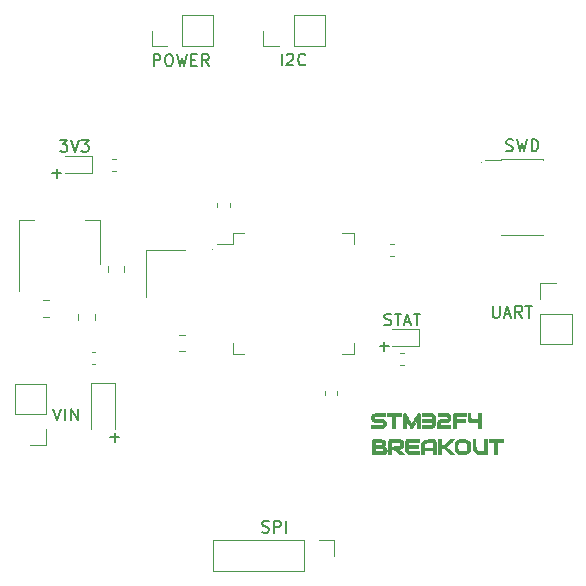
<source format=gbr>
G04 #@! TF.GenerationSoftware,KiCad,Pcbnew,(5.1.5)-3*
G04 #@! TF.CreationDate,2020-03-24T14:58:58+01:00*
G04 #@! TF.ProjectId,STM32F4_Breakout,53544d33-3246-4345-9f42-7265616b6f75,rev?*
G04 #@! TF.SameCoordinates,Original*
G04 #@! TF.FileFunction,Legend,Top*
G04 #@! TF.FilePolarity,Positive*
%FSLAX46Y46*%
G04 Gerber Fmt 4.6, Leading zero omitted, Abs format (unit mm)*
G04 Created by KiCad (PCBNEW (5.1.5)-3) date 2020-03-24 14:58:58*
%MOMM*%
%LPD*%
G04 APERTURE LIST*
%ADD10C,0.120000*%
%ADD11C,0.150000*%
%ADD12C,0.010000*%
G04 APERTURE END LIST*
D10*
X33400000Y-41050000D02*
G75*
G03X33400000Y-41050000I-50000J0D01*
G01*
X61000000Y-33900000D02*
G75*
G03X61000000Y-33900000I-50000J0D01*
G01*
X22950000Y-45200000D02*
G75*
G03X22950000Y-45200000I-50000J0D01*
G01*
X38200000Y-41250000D02*
G75*
G03X38200000Y-41250000I-50000J0D01*
G01*
D11*
X24619047Y-34821428D02*
X25380952Y-34821428D01*
X25000000Y-35202380D02*
X25000000Y-34440476D01*
X52319047Y-49471428D02*
X53080952Y-49471428D01*
X52700000Y-49852380D02*
X52700000Y-49090476D01*
X29519047Y-57171428D02*
X30280952Y-57171428D01*
X29900000Y-57552380D02*
X29900000Y-56790476D01*
X52723809Y-47654761D02*
X52866666Y-47702380D01*
X53104761Y-47702380D01*
X53200000Y-47654761D01*
X53247619Y-47607142D01*
X53295238Y-47511904D01*
X53295238Y-47416666D01*
X53247619Y-47321428D01*
X53200000Y-47273809D01*
X53104761Y-47226190D01*
X52914285Y-47178571D01*
X52819047Y-47130952D01*
X52771428Y-47083333D01*
X52723809Y-46988095D01*
X52723809Y-46892857D01*
X52771428Y-46797619D01*
X52819047Y-46750000D01*
X52914285Y-46702380D01*
X53152380Y-46702380D01*
X53295238Y-46750000D01*
X53580952Y-46702380D02*
X54152380Y-46702380D01*
X53866666Y-47702380D02*
X53866666Y-46702380D01*
X54438095Y-47416666D02*
X54914285Y-47416666D01*
X54342857Y-47702380D02*
X54676190Y-46702380D01*
X55009523Y-47702380D01*
X55200000Y-46702380D02*
X55771428Y-46702380D01*
X55485714Y-47702380D02*
X55485714Y-46702380D01*
X25261904Y-32002380D02*
X25880952Y-32002380D01*
X25547619Y-32383333D01*
X25690476Y-32383333D01*
X25785714Y-32430952D01*
X25833333Y-32478571D01*
X25880952Y-32573809D01*
X25880952Y-32811904D01*
X25833333Y-32907142D01*
X25785714Y-32954761D01*
X25690476Y-33002380D01*
X25404761Y-33002380D01*
X25309523Y-32954761D01*
X25261904Y-32907142D01*
X26166666Y-32002380D02*
X26500000Y-33002380D01*
X26833333Y-32002380D01*
X27071428Y-32002380D02*
X27690476Y-32002380D01*
X27357142Y-32383333D01*
X27500000Y-32383333D01*
X27595238Y-32430952D01*
X27642857Y-32478571D01*
X27690476Y-32573809D01*
X27690476Y-32811904D01*
X27642857Y-32907142D01*
X27595238Y-32954761D01*
X27500000Y-33002380D01*
X27214285Y-33002380D01*
X27119047Y-32954761D01*
X27071428Y-32907142D01*
X33190476Y-25752380D02*
X33190476Y-24752380D01*
X33571428Y-24752380D01*
X33666666Y-24800000D01*
X33714285Y-24847619D01*
X33761904Y-24942857D01*
X33761904Y-25085714D01*
X33714285Y-25180952D01*
X33666666Y-25228571D01*
X33571428Y-25276190D01*
X33190476Y-25276190D01*
X34380952Y-24752380D02*
X34571428Y-24752380D01*
X34666666Y-24800000D01*
X34761904Y-24895238D01*
X34809523Y-25085714D01*
X34809523Y-25419047D01*
X34761904Y-25609523D01*
X34666666Y-25704761D01*
X34571428Y-25752380D01*
X34380952Y-25752380D01*
X34285714Y-25704761D01*
X34190476Y-25609523D01*
X34142857Y-25419047D01*
X34142857Y-25085714D01*
X34190476Y-24895238D01*
X34285714Y-24800000D01*
X34380952Y-24752380D01*
X35142857Y-24752380D02*
X35380952Y-25752380D01*
X35571428Y-25038095D01*
X35761904Y-25752380D01*
X36000000Y-24752380D01*
X36380952Y-25228571D02*
X36714285Y-25228571D01*
X36857142Y-25752380D02*
X36380952Y-25752380D01*
X36380952Y-24752380D01*
X36857142Y-24752380D01*
X37857142Y-25752380D02*
X37523809Y-25276190D01*
X37285714Y-25752380D02*
X37285714Y-24752380D01*
X37666666Y-24752380D01*
X37761904Y-24800000D01*
X37809523Y-24847619D01*
X37857142Y-24942857D01*
X37857142Y-25085714D01*
X37809523Y-25180952D01*
X37761904Y-25228571D01*
X37666666Y-25276190D01*
X37285714Y-25276190D01*
X24704761Y-54752380D02*
X25038095Y-55752380D01*
X25371428Y-54752380D01*
X25704761Y-55752380D02*
X25704761Y-54752380D01*
X26180952Y-55752380D02*
X26180952Y-54752380D01*
X26752380Y-55752380D01*
X26752380Y-54752380D01*
X42376190Y-65204761D02*
X42519047Y-65252380D01*
X42757142Y-65252380D01*
X42852380Y-65204761D01*
X42900000Y-65157142D01*
X42947619Y-65061904D01*
X42947619Y-64966666D01*
X42900000Y-64871428D01*
X42852380Y-64823809D01*
X42757142Y-64776190D01*
X42566666Y-64728571D01*
X42471428Y-64680952D01*
X42423809Y-64633333D01*
X42376190Y-64538095D01*
X42376190Y-64442857D01*
X42423809Y-64347619D01*
X42471428Y-64300000D01*
X42566666Y-64252380D01*
X42804761Y-64252380D01*
X42947619Y-64300000D01*
X43376190Y-65252380D02*
X43376190Y-64252380D01*
X43757142Y-64252380D01*
X43852380Y-64300000D01*
X43900000Y-64347619D01*
X43947619Y-64442857D01*
X43947619Y-64585714D01*
X43900000Y-64680952D01*
X43852380Y-64728571D01*
X43757142Y-64776190D01*
X43376190Y-64776190D01*
X44376190Y-65252380D02*
X44376190Y-64252380D01*
X61904761Y-46052380D02*
X61904761Y-46861904D01*
X61952380Y-46957142D01*
X62000000Y-47004761D01*
X62095238Y-47052380D01*
X62285714Y-47052380D01*
X62380952Y-47004761D01*
X62428571Y-46957142D01*
X62476190Y-46861904D01*
X62476190Y-46052380D01*
X62904761Y-46766666D02*
X63380952Y-46766666D01*
X62809523Y-47052380D02*
X63142857Y-46052380D01*
X63476190Y-47052380D01*
X64380952Y-47052380D02*
X64047619Y-46576190D01*
X63809523Y-47052380D02*
X63809523Y-46052380D01*
X64190476Y-46052380D01*
X64285714Y-46100000D01*
X64333333Y-46147619D01*
X64380952Y-46242857D01*
X64380952Y-46385714D01*
X64333333Y-46480952D01*
X64285714Y-46528571D01*
X64190476Y-46576190D01*
X63809523Y-46576190D01*
X64666666Y-46052380D02*
X65238095Y-46052380D01*
X64952380Y-47052380D02*
X64952380Y-46052380D01*
X63042857Y-32904761D02*
X63185714Y-32952380D01*
X63423809Y-32952380D01*
X63519047Y-32904761D01*
X63566666Y-32857142D01*
X63614285Y-32761904D01*
X63614285Y-32666666D01*
X63566666Y-32571428D01*
X63519047Y-32523809D01*
X63423809Y-32476190D01*
X63233333Y-32428571D01*
X63138095Y-32380952D01*
X63090476Y-32333333D01*
X63042857Y-32238095D01*
X63042857Y-32142857D01*
X63090476Y-32047619D01*
X63138095Y-32000000D01*
X63233333Y-31952380D01*
X63471428Y-31952380D01*
X63614285Y-32000000D01*
X63947619Y-31952380D02*
X64185714Y-32952380D01*
X64376190Y-32238095D01*
X64566666Y-32952380D01*
X64804761Y-31952380D01*
X65185714Y-32952380D02*
X65185714Y-31952380D01*
X65423809Y-31952380D01*
X65566666Y-32000000D01*
X65661904Y-32095238D01*
X65709523Y-32190476D01*
X65757142Y-32380952D01*
X65757142Y-32523809D01*
X65709523Y-32714285D01*
X65661904Y-32809523D01*
X65566666Y-32904761D01*
X65423809Y-32952380D01*
X65185714Y-32952380D01*
X44023809Y-25702380D02*
X44023809Y-24702380D01*
X44452380Y-24797619D02*
X44500000Y-24750000D01*
X44595238Y-24702380D01*
X44833333Y-24702380D01*
X44928571Y-24750000D01*
X44976190Y-24797619D01*
X45023809Y-24892857D01*
X45023809Y-24988095D01*
X44976190Y-25130952D01*
X44404761Y-25702380D01*
X45023809Y-25702380D01*
X46023809Y-25607142D02*
X45976190Y-25654761D01*
X45833333Y-25702380D01*
X45738095Y-25702380D01*
X45595238Y-25654761D01*
X45500000Y-25559523D01*
X45452380Y-25464285D01*
X45404761Y-25273809D01*
X45404761Y-25130952D01*
X45452380Y-24940476D01*
X45500000Y-24845238D01*
X45595238Y-24750000D01*
X45738095Y-24702380D01*
X45833333Y-24702380D01*
X45976190Y-24750000D01*
X46023809Y-24797619D01*
D12*
G36*
X59540429Y-55884000D02*
G01*
X58814714Y-55884000D01*
X58814714Y-55648143D01*
X59540429Y-55648143D01*
X59540429Y-55884000D01*
G37*
X59540429Y-55884000D02*
X58814714Y-55884000D01*
X58814714Y-55648143D01*
X59540429Y-55648143D01*
X59540429Y-55884000D01*
G36*
X60787750Y-55143850D02*
G01*
X60910214Y-55149214D01*
X60914991Y-55761536D01*
X60919768Y-56373857D01*
X60665286Y-56373857D01*
X60665286Y-55884000D01*
X59847208Y-55884000D01*
X59802255Y-55839047D01*
X59786212Y-55822136D01*
X59774613Y-55804568D01*
X59766841Y-55780680D01*
X59762280Y-55744808D01*
X59760312Y-55691290D01*
X59760322Y-55614463D01*
X59761693Y-55508665D01*
X59762258Y-55471654D01*
X59767214Y-55149214D01*
X60003072Y-55149214D01*
X60008119Y-55398679D01*
X60013167Y-55648143D01*
X60665286Y-55648143D01*
X60665286Y-55138485D01*
X60787750Y-55143850D01*
G37*
X60787750Y-55143850D02*
X60910214Y-55149214D01*
X60914991Y-55761536D01*
X60919768Y-56373857D01*
X60665286Y-56373857D01*
X60665286Y-55884000D01*
X59847208Y-55884000D01*
X59802255Y-55839047D01*
X59786212Y-55822136D01*
X59774613Y-55804568D01*
X59766841Y-55780680D01*
X59762280Y-55744808D01*
X59760312Y-55691290D01*
X59760322Y-55614463D01*
X59761693Y-55508665D01*
X59762258Y-55471654D01*
X59767214Y-55149214D01*
X60003072Y-55149214D01*
X60008119Y-55398679D01*
X60013167Y-55648143D01*
X60665286Y-55648143D01*
X60665286Y-55138485D01*
X60787750Y-55143850D01*
G36*
X59645616Y-55262607D02*
G01*
X59651017Y-55376000D01*
X58760286Y-55376000D01*
X58760286Y-56373857D01*
X58506286Y-56373857D01*
X58506286Y-55804367D01*
X58506404Y-55644901D01*
X58506910Y-55517698D01*
X58508032Y-55418733D01*
X58509997Y-55343985D01*
X58513034Y-55289429D01*
X58517369Y-55251043D01*
X58523232Y-55224804D01*
X58530849Y-55206688D01*
X58540449Y-55192672D01*
X58540953Y-55192046D01*
X58575620Y-55149214D01*
X59640214Y-55149214D01*
X59645616Y-55262607D01*
G37*
X59645616Y-55262607D02*
X59651017Y-55376000D01*
X58760286Y-55376000D01*
X58760286Y-56373857D01*
X58506286Y-56373857D01*
X58506286Y-55804367D01*
X58506404Y-55644901D01*
X58506910Y-55517698D01*
X58508032Y-55418733D01*
X58509997Y-55343985D01*
X58513034Y-55289429D01*
X58517369Y-55251043D01*
X58523232Y-55224804D01*
X58530849Y-55206688D01*
X58540449Y-55192672D01*
X58540953Y-55192046D01*
X58575620Y-55149214D01*
X59640214Y-55149214D01*
X59645616Y-55262607D01*
G36*
X57639964Y-55140244D02*
G01*
X57788850Y-55141180D01*
X57906417Y-55144409D01*
X57997602Y-55150699D01*
X58067339Y-55160818D01*
X58120565Y-55175533D01*
X58162215Y-55195614D01*
X58197224Y-55221826D01*
X58204013Y-55228012D01*
X58252617Y-55280599D01*
X58283546Y-55335440D01*
X58300312Y-55402701D01*
X58306430Y-55492546D01*
X58306714Y-55525102D01*
X58305286Y-55604193D01*
X58299409Y-55658413D01*
X58286700Y-55699116D01*
X58264773Y-55737658D01*
X58260837Y-55743520D01*
X58228682Y-55786864D01*
X58195316Y-55819587D01*
X58155107Y-55843299D01*
X58102420Y-55859614D01*
X58031622Y-55870144D01*
X57937080Y-55876500D01*
X57813162Y-55880296D01*
X57780571Y-55880963D01*
X57669040Y-55884152D01*
X57573687Y-55888886D01*
X57500011Y-55894759D01*
X57453508Y-55901370D01*
X57440393Y-55905923D01*
X57426944Y-55935305D01*
X57419051Y-55991002D01*
X57417714Y-56031364D01*
X57417714Y-56138000D01*
X58306714Y-56138000D01*
X58306714Y-56373857D01*
X57163714Y-56373857D01*
X57164113Y-56142536D01*
X57167060Y-56016335D01*
X57176585Y-55919457D01*
X57194454Y-55845258D01*
X57222432Y-55787097D01*
X57262286Y-55738330D01*
X57274714Y-55726459D01*
X57309334Y-55698755D01*
X57348020Y-55678329D01*
X57396736Y-55664125D01*
X57461450Y-55655086D01*
X57548128Y-55650155D01*
X57662736Y-55648277D01*
X57716957Y-55648143D01*
X57840245Y-55647547D01*
X57931726Y-55644477D01*
X57995872Y-55637006D01*
X58037157Y-55623208D01*
X58060054Y-55601159D01*
X58069037Y-55568931D01*
X58068580Y-55524600D01*
X58066256Y-55497778D01*
X58056470Y-55442560D01*
X58041248Y-55402691D01*
X58032513Y-55392487D01*
X58007355Y-55387625D01*
X57951814Y-55383334D01*
X57871791Y-55379857D01*
X57773187Y-55377439D01*
X57661903Y-55376323D01*
X57639964Y-55376278D01*
X57272571Y-55376000D01*
X57272571Y-55140143D01*
X57639964Y-55140244D01*
G37*
X57639964Y-55140244D02*
X57788850Y-55141180D01*
X57906417Y-55144409D01*
X57997602Y-55150699D01*
X58067339Y-55160818D01*
X58120565Y-55175533D01*
X58162215Y-55195614D01*
X58197224Y-55221826D01*
X58204013Y-55228012D01*
X58252617Y-55280599D01*
X58283546Y-55335440D01*
X58300312Y-55402701D01*
X58306430Y-55492546D01*
X58306714Y-55525102D01*
X58305286Y-55604193D01*
X58299409Y-55658413D01*
X58286700Y-55699116D01*
X58264773Y-55737658D01*
X58260837Y-55743520D01*
X58228682Y-55786864D01*
X58195316Y-55819587D01*
X58155107Y-55843299D01*
X58102420Y-55859614D01*
X58031622Y-55870144D01*
X57937080Y-55876500D01*
X57813162Y-55880296D01*
X57780571Y-55880963D01*
X57669040Y-55884152D01*
X57573687Y-55888886D01*
X57500011Y-55894759D01*
X57453508Y-55901370D01*
X57440393Y-55905923D01*
X57426944Y-55935305D01*
X57419051Y-55991002D01*
X57417714Y-56031364D01*
X57417714Y-56138000D01*
X58306714Y-56138000D01*
X58306714Y-56373857D01*
X57163714Y-56373857D01*
X57164113Y-56142536D01*
X57167060Y-56016335D01*
X57176585Y-55919457D01*
X57194454Y-55845258D01*
X57222432Y-55787097D01*
X57262286Y-55738330D01*
X57274714Y-55726459D01*
X57309334Y-55698755D01*
X57348020Y-55678329D01*
X57396736Y-55664125D01*
X57461450Y-55655086D01*
X57548128Y-55650155D01*
X57662736Y-55648277D01*
X57716957Y-55648143D01*
X57840245Y-55647547D01*
X57931726Y-55644477D01*
X57995872Y-55637006D01*
X58037157Y-55623208D01*
X58060054Y-55601159D01*
X58069037Y-55568931D01*
X58068580Y-55524600D01*
X58066256Y-55497778D01*
X58056470Y-55442560D01*
X58041248Y-55402691D01*
X58032513Y-55392487D01*
X58007355Y-55387625D01*
X57951814Y-55383334D01*
X57871791Y-55379857D01*
X57773187Y-55377439D01*
X57661903Y-55376323D01*
X57639964Y-55376278D01*
X57272571Y-55376000D01*
X57272571Y-55140143D01*
X57639964Y-55140244D01*
G36*
X56315536Y-55140244D02*
G01*
X56432140Y-55141206D01*
X56540569Y-55143827D01*
X56634000Y-55147807D01*
X56705609Y-55152848D01*
X56748572Y-55158649D01*
X56751460Y-55159377D01*
X56830229Y-55195330D01*
X56900365Y-55252371D01*
X56950870Y-55320429D01*
X56965194Y-55355004D01*
X56972188Y-55399636D01*
X56977057Y-55477029D01*
X56979695Y-55583713D01*
X56979995Y-55716221D01*
X56979025Y-55805618D01*
X56976668Y-55941479D01*
X56973347Y-56046325D01*
X56967744Y-56125425D01*
X56958537Y-56184050D01*
X56944409Y-56227467D01*
X56924038Y-56260946D01*
X56896105Y-56289756D01*
X56859291Y-56319167D01*
X56848348Y-56327379D01*
X56830221Y-56339342D01*
X56808682Y-56348558D01*
X56778867Y-56355465D01*
X56735916Y-56360503D01*
X56674964Y-56364110D01*
X56591151Y-56366724D01*
X56479613Y-56368786D01*
X56373219Y-56370254D01*
X55948143Y-56375721D01*
X55948143Y-56138722D01*
X56333679Y-56133825D01*
X56719214Y-56128929D01*
X56724579Y-56006464D01*
X56729944Y-55884000D01*
X55948143Y-55884000D01*
X55948143Y-55648143D01*
X56728286Y-55648143D01*
X56728286Y-55533843D01*
X56724929Y-55468164D01*
X56716078Y-55418321D01*
X56706514Y-55397772D01*
X56685048Y-55389528D01*
X56637599Y-55383373D01*
X56561589Y-55379163D01*
X56454438Y-55376753D01*
X56316443Y-55376000D01*
X55948143Y-55376000D01*
X55948143Y-55140143D01*
X56315536Y-55140244D01*
G37*
X56315536Y-55140244D02*
X56432140Y-55141206D01*
X56540569Y-55143827D01*
X56634000Y-55147807D01*
X56705609Y-55152848D01*
X56748572Y-55158649D01*
X56751460Y-55159377D01*
X56830229Y-55195330D01*
X56900365Y-55252371D01*
X56950870Y-55320429D01*
X56965194Y-55355004D01*
X56972188Y-55399636D01*
X56977057Y-55477029D01*
X56979695Y-55583713D01*
X56979995Y-55716221D01*
X56979025Y-55805618D01*
X56976668Y-55941479D01*
X56973347Y-56046325D01*
X56967744Y-56125425D01*
X56958537Y-56184050D01*
X56944409Y-56227467D01*
X56924038Y-56260946D01*
X56896105Y-56289756D01*
X56859291Y-56319167D01*
X56848348Y-56327379D01*
X56830221Y-56339342D01*
X56808682Y-56348558D01*
X56778867Y-56355465D01*
X56735916Y-56360503D01*
X56674964Y-56364110D01*
X56591151Y-56366724D01*
X56479613Y-56368786D01*
X56373219Y-56370254D01*
X55948143Y-56375721D01*
X55948143Y-56138722D01*
X56333679Y-56133825D01*
X56719214Y-56128929D01*
X56724579Y-56006464D01*
X56729944Y-55884000D01*
X55948143Y-55884000D01*
X55948143Y-55648143D01*
X56728286Y-55648143D01*
X56728286Y-55533843D01*
X56724929Y-55468164D01*
X56716078Y-55418321D01*
X56706514Y-55397772D01*
X56685048Y-55389528D01*
X56637599Y-55383373D01*
X56561589Y-55379163D01*
X56454438Y-55376753D01*
X56316443Y-55376000D01*
X55948143Y-55376000D01*
X55948143Y-55140143D01*
X56315536Y-55140244D01*
G36*
X54148330Y-55262607D02*
G01*
X54153732Y-55376000D01*
X53662143Y-55376000D01*
X53662143Y-56373857D01*
X53408143Y-56373857D01*
X53408143Y-55376000D01*
X52916554Y-55376000D01*
X52921956Y-55262607D01*
X52927357Y-55149214D01*
X54142929Y-55149214D01*
X54148330Y-55262607D01*
G37*
X54148330Y-55262607D02*
X54153732Y-55376000D01*
X53662143Y-55376000D01*
X53662143Y-56373857D01*
X53408143Y-56373857D01*
X53408143Y-55376000D01*
X52916554Y-55376000D01*
X52921956Y-55262607D01*
X52927357Y-55149214D01*
X54142929Y-55149214D01*
X54148330Y-55262607D01*
G36*
X52736857Y-55376000D02*
G01*
X52339724Y-55376000D01*
X52208405Y-55376239D01*
X52108418Y-55377209D01*
X52034812Y-55379294D01*
X51982637Y-55382878D01*
X51946941Y-55388341D01*
X51922773Y-55396069D01*
X51905182Y-55406442D01*
X51900667Y-55409948D01*
X51866563Y-55458500D01*
X51857150Y-55519507D01*
X51872429Y-55578835D01*
X51900667Y-55614195D01*
X51919621Y-55626726D01*
X51944615Y-55635785D01*
X51981392Y-55641930D01*
X52035700Y-55645721D01*
X52113284Y-55647717D01*
X52219889Y-55648477D01*
X52253546Y-55648541D01*
X52387982Y-55649939D01*
X52492143Y-55654685D01*
X52571990Y-55664193D01*
X52633480Y-55679878D01*
X52682575Y-55703154D01*
X52725233Y-55735434D01*
X52758382Y-55768319D01*
X52808390Y-55835656D01*
X52836119Y-55911674D01*
X52845609Y-56008109D01*
X52845714Y-56021975D01*
X52830212Y-56136337D01*
X52784120Y-56231851D01*
X52708058Y-56307294D01*
X52697049Y-56314873D01*
X52621671Y-56364786D01*
X52115949Y-56370134D01*
X51610226Y-56375483D01*
X51615649Y-56261277D01*
X51621071Y-56147072D01*
X52092268Y-56138000D01*
X52563464Y-56128929D01*
X52586393Y-56083571D01*
X52607247Y-56024070D01*
X52599302Y-55973843D01*
X52573364Y-55933215D01*
X52559817Y-55917005D01*
X52544802Y-55905000D01*
X52522963Y-55896457D01*
X52488941Y-55890630D01*
X52437378Y-55886774D01*
X52362918Y-55884144D01*
X52260201Y-55881996D01*
X52196900Y-55880875D01*
X52063829Y-55877869D01*
X51961252Y-55873014D01*
X51883376Y-55864668D01*
X51824412Y-55851192D01*
X51778566Y-55830944D01*
X51740048Y-55802285D01*
X51703066Y-55763573D01*
X51678561Y-55734043D01*
X51642911Y-55681147D01*
X51623746Y-55624668D01*
X51615632Y-55559073D01*
X51619690Y-55434881D01*
X51652109Y-55332591D01*
X51713800Y-55250379D01*
X51799679Y-55189565D01*
X51825640Y-55176749D01*
X51852885Y-55166865D01*
X51886523Y-55159444D01*
X51931663Y-55154020D01*
X51993415Y-55150126D01*
X52076887Y-55147294D01*
X52187188Y-55145058D01*
X52305964Y-55143275D01*
X52736857Y-55137265D01*
X52736857Y-55376000D01*
G37*
X52736857Y-55376000D02*
X52339724Y-55376000D01*
X52208405Y-55376239D01*
X52108418Y-55377209D01*
X52034812Y-55379294D01*
X51982637Y-55382878D01*
X51946941Y-55388341D01*
X51922773Y-55396069D01*
X51905182Y-55406442D01*
X51900667Y-55409948D01*
X51866563Y-55458500D01*
X51857150Y-55519507D01*
X51872429Y-55578835D01*
X51900667Y-55614195D01*
X51919621Y-55626726D01*
X51944615Y-55635785D01*
X51981392Y-55641930D01*
X52035700Y-55645721D01*
X52113284Y-55647717D01*
X52219889Y-55648477D01*
X52253546Y-55648541D01*
X52387982Y-55649939D01*
X52492143Y-55654685D01*
X52571990Y-55664193D01*
X52633480Y-55679878D01*
X52682575Y-55703154D01*
X52725233Y-55735434D01*
X52758382Y-55768319D01*
X52808390Y-55835656D01*
X52836119Y-55911674D01*
X52845609Y-56008109D01*
X52845714Y-56021975D01*
X52830212Y-56136337D01*
X52784120Y-56231851D01*
X52708058Y-56307294D01*
X52697049Y-56314873D01*
X52621671Y-56364786D01*
X52115949Y-56370134D01*
X51610226Y-56375483D01*
X51615649Y-56261277D01*
X51621071Y-56147072D01*
X52092268Y-56138000D01*
X52563464Y-56128929D01*
X52586393Y-56083571D01*
X52607247Y-56024070D01*
X52599302Y-55973843D01*
X52573364Y-55933215D01*
X52559817Y-55917005D01*
X52544802Y-55905000D01*
X52522963Y-55896457D01*
X52488941Y-55890630D01*
X52437378Y-55886774D01*
X52362918Y-55884144D01*
X52260201Y-55881996D01*
X52196900Y-55880875D01*
X52063829Y-55877869D01*
X51961252Y-55873014D01*
X51883376Y-55864668D01*
X51824412Y-55851192D01*
X51778566Y-55830944D01*
X51740048Y-55802285D01*
X51703066Y-55763573D01*
X51678561Y-55734043D01*
X51642911Y-55681147D01*
X51623746Y-55624668D01*
X51615632Y-55559073D01*
X51619690Y-55434881D01*
X51652109Y-55332591D01*
X51713800Y-55250379D01*
X51799679Y-55189565D01*
X51825640Y-55176749D01*
X51852885Y-55166865D01*
X51886523Y-55159444D01*
X51931663Y-55154020D01*
X51993415Y-55150126D01*
X52076887Y-55147294D01*
X52187188Y-55145058D01*
X52305964Y-55143275D01*
X52736857Y-55137265D01*
X52736857Y-55376000D01*
G36*
X55617261Y-55129251D02*
G01*
X55635021Y-55134338D01*
X55660604Y-55143621D01*
X55681151Y-55153917D01*
X55697214Y-55169000D01*
X55709344Y-55192643D01*
X55718093Y-55228620D01*
X55724013Y-55280706D01*
X55727655Y-55352674D01*
X55729571Y-55448298D01*
X55730313Y-55571352D01*
X55730432Y-55725610D01*
X55730429Y-55787026D01*
X55730429Y-56373857D01*
X55477247Y-56373857D01*
X55472302Y-56048104D01*
X55467357Y-55722350D01*
X55305629Y-56007282D01*
X55237488Y-56127103D01*
X55184462Y-56219041D01*
X55143785Y-56286784D01*
X55112686Y-56334020D01*
X55088398Y-56364439D01*
X55068153Y-56381729D01*
X55049180Y-56389579D01*
X55028713Y-56391677D01*
X55017086Y-56391722D01*
X54969677Y-56387444D01*
X54937789Y-56377731D01*
X54922710Y-56358475D01*
X54892812Y-56312442D01*
X54851061Y-56244485D01*
X54800420Y-56159455D01*
X54743851Y-56062207D01*
X54724673Y-56028759D01*
X54533124Y-55693500D01*
X54533062Y-56033679D01*
X54533000Y-56373857D01*
X54279000Y-56373857D01*
X54279000Y-55795296D01*
X54279129Y-55634176D01*
X54279658Y-55505374D01*
X54280801Y-55404920D01*
X54282773Y-55328846D01*
X54285787Y-55273184D01*
X54290059Y-55233967D01*
X54295802Y-55207224D01*
X54303230Y-55188989D01*
X54312459Y-55175415D01*
X54357764Y-55144091D01*
X54415923Y-55133711D01*
X54470264Y-55146214D01*
X54484223Y-55155447D01*
X54499772Y-55176405D01*
X54530515Y-55224620D01*
X54573835Y-55295739D01*
X54627115Y-55385406D01*
X54687738Y-55489266D01*
X54752797Y-55602454D01*
X54817174Y-55714725D01*
X54875832Y-55815935D01*
X54926356Y-55902007D01*
X54966331Y-55968862D01*
X54993344Y-56012421D01*
X55004980Y-56028605D01*
X55005070Y-56028626D01*
X55016207Y-56013675D01*
X55042937Y-55971210D01*
X55082868Y-55905231D01*
X55133608Y-55819741D01*
X55192765Y-55718738D01*
X55257947Y-55606224D01*
X55265917Y-55592387D01*
X55345650Y-55454775D01*
X55410309Y-55345949D01*
X55462314Y-55262904D01*
X55504087Y-55202636D01*
X55538046Y-55162141D01*
X55566615Y-55138414D01*
X55592213Y-55128452D01*
X55617261Y-55129251D01*
G37*
X55617261Y-55129251D02*
X55635021Y-55134338D01*
X55660604Y-55143621D01*
X55681151Y-55153917D01*
X55697214Y-55169000D01*
X55709344Y-55192643D01*
X55718093Y-55228620D01*
X55724013Y-55280706D01*
X55727655Y-55352674D01*
X55729571Y-55448298D01*
X55730313Y-55571352D01*
X55730432Y-55725610D01*
X55730429Y-55787026D01*
X55730429Y-56373857D01*
X55477247Y-56373857D01*
X55472302Y-56048104D01*
X55467357Y-55722350D01*
X55305629Y-56007282D01*
X55237488Y-56127103D01*
X55184462Y-56219041D01*
X55143785Y-56286784D01*
X55112686Y-56334020D01*
X55088398Y-56364439D01*
X55068153Y-56381729D01*
X55049180Y-56389579D01*
X55028713Y-56391677D01*
X55017086Y-56391722D01*
X54969677Y-56387444D01*
X54937789Y-56377731D01*
X54922710Y-56358475D01*
X54892812Y-56312442D01*
X54851061Y-56244485D01*
X54800420Y-56159455D01*
X54743851Y-56062207D01*
X54724673Y-56028759D01*
X54533124Y-55693500D01*
X54533062Y-56033679D01*
X54533000Y-56373857D01*
X54279000Y-56373857D01*
X54279000Y-55795296D01*
X54279129Y-55634176D01*
X54279658Y-55505374D01*
X54280801Y-55404920D01*
X54282773Y-55328846D01*
X54285787Y-55273184D01*
X54290059Y-55233967D01*
X54295802Y-55207224D01*
X54303230Y-55188989D01*
X54312459Y-55175415D01*
X54357764Y-55144091D01*
X54415923Y-55133711D01*
X54470264Y-55146214D01*
X54484223Y-55155447D01*
X54499772Y-55176405D01*
X54530515Y-55224620D01*
X54573835Y-55295739D01*
X54627115Y-55385406D01*
X54687738Y-55489266D01*
X54752797Y-55602454D01*
X54817174Y-55714725D01*
X54875832Y-55815935D01*
X54926356Y-55902007D01*
X54966331Y-55968862D01*
X54993344Y-56012421D01*
X55004980Y-56028605D01*
X55005070Y-56028626D01*
X55016207Y-56013675D01*
X55042937Y-55971210D01*
X55082868Y-55905231D01*
X55133608Y-55819741D01*
X55192765Y-55718738D01*
X55257947Y-55606224D01*
X55265917Y-55592387D01*
X55345650Y-55454775D01*
X55410309Y-55345949D01*
X55462314Y-55262904D01*
X55504087Y-55202636D01*
X55538046Y-55162141D01*
X55566615Y-55138414D01*
X55592213Y-55128452D01*
X55617261Y-55129251D01*
G36*
X55530857Y-58097429D02*
G01*
X54805143Y-58097429D01*
X54805143Y-57861571D01*
X55530857Y-57861571D01*
X55530857Y-58097429D01*
G37*
X55530857Y-58097429D02*
X54805143Y-58097429D01*
X54805143Y-57861571D01*
X55530857Y-57861571D01*
X55530857Y-58097429D01*
G36*
X62784330Y-57476036D02*
G01*
X62789732Y-57589429D01*
X62298143Y-57589429D01*
X62298143Y-58587286D01*
X62044143Y-58587286D01*
X62044143Y-57589429D01*
X61552554Y-57589429D01*
X61557956Y-57476036D01*
X61563357Y-57362643D01*
X62778929Y-57362643D01*
X62784330Y-57476036D01*
G37*
X62784330Y-57476036D02*
X62789732Y-57589429D01*
X62298143Y-57589429D01*
X62298143Y-58587286D01*
X62044143Y-58587286D01*
X62044143Y-57589429D01*
X61552554Y-57589429D01*
X61557956Y-57476036D01*
X61563357Y-57362643D01*
X62778929Y-57362643D01*
X62784330Y-57476036D01*
G36*
X60429429Y-57743643D02*
G01*
X60433357Y-57885437D01*
X60438484Y-57996017D01*
X60446183Y-58080454D01*
X60457829Y-58143819D01*
X60474796Y-58191185D01*
X60498459Y-58227620D01*
X60530192Y-58258199D01*
X60571370Y-58287990D01*
X60578201Y-58292542D01*
X60609697Y-58312229D01*
X60639614Y-58326105D01*
X60675221Y-58335378D01*
X60723789Y-58341257D01*
X60792587Y-58344952D01*
X60888885Y-58347672D01*
X60913044Y-58348227D01*
X61172698Y-58354096D01*
X61177527Y-57858369D01*
X61182357Y-57362643D01*
X61418214Y-57362643D01*
X61418214Y-57949225D01*
X61418122Y-58110808D01*
X61417699Y-58239949D01*
X61416724Y-58340495D01*
X61414975Y-58416288D01*
X61412232Y-58471175D01*
X61408273Y-58508998D01*
X61402877Y-58533604D01*
X61395823Y-58548836D01*
X61386890Y-58558538D01*
X61382997Y-58561546D01*
X61349983Y-58572003D01*
X61287726Y-58579900D01*
X61203176Y-58585276D01*
X61103282Y-58588170D01*
X60994992Y-58588622D01*
X60885258Y-58586669D01*
X60781028Y-58582351D01*
X60689252Y-58575707D01*
X60616879Y-58566776D01*
X60574669Y-58557024D01*
X60458629Y-58502032D01*
X60357603Y-58426315D01*
X60288071Y-58346377D01*
X60255471Y-58296436D01*
X60230533Y-58251706D01*
X60212233Y-58206322D01*
X60199549Y-58154419D01*
X60191456Y-58090132D01*
X60186933Y-58007596D01*
X60184956Y-57900947D01*
X60184501Y-57764318D01*
X60184500Y-57752714D01*
X60184500Y-57362643D01*
X60420357Y-57362643D01*
X60429429Y-57743643D01*
G37*
X60429429Y-57743643D02*
X60433357Y-57885437D01*
X60438484Y-57996017D01*
X60446183Y-58080454D01*
X60457829Y-58143819D01*
X60474796Y-58191185D01*
X60498459Y-58227620D01*
X60530192Y-58258199D01*
X60571370Y-58287990D01*
X60578201Y-58292542D01*
X60609697Y-58312229D01*
X60639614Y-58326105D01*
X60675221Y-58335378D01*
X60723789Y-58341257D01*
X60792587Y-58344952D01*
X60888885Y-58347672D01*
X60913044Y-58348227D01*
X61172698Y-58354096D01*
X61177527Y-57858369D01*
X61182357Y-57362643D01*
X61418214Y-57362643D01*
X61418214Y-57949225D01*
X61418122Y-58110808D01*
X61417699Y-58239949D01*
X61416724Y-58340495D01*
X61414975Y-58416288D01*
X61412232Y-58471175D01*
X61408273Y-58508998D01*
X61402877Y-58533604D01*
X61395823Y-58548836D01*
X61386890Y-58558538D01*
X61382997Y-58561546D01*
X61349983Y-58572003D01*
X61287726Y-58579900D01*
X61203176Y-58585276D01*
X61103282Y-58588170D01*
X60994992Y-58588622D01*
X60885258Y-58586669D01*
X60781028Y-58582351D01*
X60689252Y-58575707D01*
X60616879Y-58566776D01*
X60574669Y-58557024D01*
X60458629Y-58502032D01*
X60357603Y-58426315D01*
X60288071Y-58346377D01*
X60255471Y-58296436D01*
X60230533Y-58251706D01*
X60212233Y-58206322D01*
X60199549Y-58154419D01*
X60191456Y-58090132D01*
X60186933Y-58007596D01*
X60184956Y-57900947D01*
X60184501Y-57764318D01*
X60184500Y-57752714D01*
X60184500Y-57362643D01*
X60420357Y-57362643D01*
X60429429Y-57743643D01*
G36*
X58490733Y-57354560D02*
G01*
X58545335Y-57357204D01*
X58575466Y-57361020D01*
X58578857Y-57362944D01*
X58566428Y-57377701D01*
X58531522Y-57414127D01*
X58477705Y-57468631D01*
X58408548Y-57537619D01*
X58327619Y-57617498D01*
X58267987Y-57675908D01*
X57957117Y-57979500D01*
X58587929Y-58586842D01*
X58415319Y-58587064D01*
X58242710Y-58587286D01*
X57998286Y-58342357D01*
X57753861Y-58097429D01*
X57581000Y-58097429D01*
X57581000Y-57861571D01*
X57753843Y-57861571D01*
X58007357Y-57607572D01*
X58260871Y-57353572D01*
X58419864Y-57353572D01*
X58490733Y-57354560D01*
G37*
X58490733Y-57354560D02*
X58545335Y-57357204D01*
X58575466Y-57361020D01*
X58578857Y-57362944D01*
X58566428Y-57377701D01*
X58531522Y-57414127D01*
X58477705Y-57468631D01*
X58408548Y-57537619D01*
X58327619Y-57617498D01*
X58267987Y-57675908D01*
X57957117Y-57979500D01*
X58587929Y-58586842D01*
X58415319Y-58587064D01*
X58242710Y-58587286D01*
X57998286Y-58342357D01*
X57753861Y-58097429D01*
X57581000Y-58097429D01*
X57581000Y-57861571D01*
X57753843Y-57861571D01*
X58007357Y-57607572D01*
X58260871Y-57353572D01*
X58419864Y-57353572D01*
X58490733Y-57354560D01*
G36*
X57522277Y-57974964D02*
G01*
X57527054Y-58587286D01*
X57272089Y-58587286D01*
X57276866Y-57974964D01*
X57281643Y-57362643D01*
X57517500Y-57362643D01*
X57522277Y-57974964D01*
G37*
X57522277Y-57974964D02*
X57527054Y-58587286D01*
X57272089Y-58587286D01*
X57276866Y-57974964D01*
X57281643Y-57362643D01*
X57517500Y-57362643D01*
X57522277Y-57974964D01*
G36*
X56845520Y-57363836D02*
G01*
X56909667Y-57365652D01*
X56953259Y-57369312D01*
X56981539Y-57375389D01*
X56999749Y-57384453D01*
X57013134Y-57397075D01*
X57020121Y-57405474D01*
X57029838Y-57419377D01*
X57037558Y-57437156D01*
X57043509Y-57462834D01*
X57047920Y-57500434D01*
X57051019Y-57553980D01*
X57053033Y-57627496D01*
X57054193Y-57725006D01*
X57054724Y-57850531D01*
X57054857Y-58008097D01*
X57054857Y-58587286D01*
X56800857Y-58587286D01*
X56800857Y-58297000D01*
X56057000Y-58297000D01*
X56057000Y-58587286D01*
X55800419Y-58587286D01*
X55806245Y-58201750D01*
X55808347Y-58073394D01*
X55810688Y-57975490D01*
X55810936Y-57969846D01*
X56057000Y-57969846D01*
X56057000Y-58061143D01*
X56800857Y-58061143D01*
X56800857Y-57585226D01*
X56560464Y-57592899D01*
X56455274Y-57597183D01*
X56378653Y-57602991D01*
X56322885Y-57611446D01*
X56280257Y-57623669D01*
X56247500Y-57638427D01*
X56156016Y-57703225D01*
X56094695Y-57787193D01*
X56062614Y-57891938D01*
X56057000Y-57969846D01*
X55810936Y-57969846D01*
X55813917Y-57902206D01*
X55818683Y-57847709D01*
X55825636Y-57806169D01*
X55835423Y-57771752D01*
X55848696Y-57738627D01*
X55860714Y-57712431D01*
X55932324Y-57596891D01*
X56027903Y-57497981D01*
X56138847Y-57423976D01*
X56179991Y-57405380D01*
X56219148Y-57390949D01*
X56257460Y-57380310D01*
X56301296Y-57372872D01*
X56357026Y-57368051D01*
X56431022Y-57365256D01*
X56529652Y-57363902D01*
X56634585Y-57363452D01*
X56755574Y-57363293D01*
X56845520Y-57363836D01*
G37*
X56845520Y-57363836D02*
X56909667Y-57365652D01*
X56953259Y-57369312D01*
X56981539Y-57375389D01*
X56999749Y-57384453D01*
X57013134Y-57397075D01*
X57020121Y-57405474D01*
X57029838Y-57419377D01*
X57037558Y-57437156D01*
X57043509Y-57462834D01*
X57047920Y-57500434D01*
X57051019Y-57553980D01*
X57053033Y-57627496D01*
X57054193Y-57725006D01*
X57054724Y-57850531D01*
X57054857Y-58008097D01*
X57054857Y-58587286D01*
X56800857Y-58587286D01*
X56800857Y-58297000D01*
X56057000Y-58297000D01*
X56057000Y-58587286D01*
X55800419Y-58587286D01*
X55806245Y-58201750D01*
X55808347Y-58073394D01*
X55810688Y-57975490D01*
X55810936Y-57969846D01*
X56057000Y-57969846D01*
X56057000Y-58061143D01*
X56800857Y-58061143D01*
X56800857Y-57585226D01*
X56560464Y-57592899D01*
X56455274Y-57597183D01*
X56378653Y-57602991D01*
X56322885Y-57611446D01*
X56280257Y-57623669D01*
X56247500Y-57638427D01*
X56156016Y-57703225D01*
X56094695Y-57787193D01*
X56062614Y-57891938D01*
X56057000Y-57969846D01*
X55810936Y-57969846D01*
X55813917Y-57902206D01*
X55818683Y-57847709D01*
X55825636Y-57806169D01*
X55835423Y-57771752D01*
X55848696Y-57738627D01*
X55860714Y-57712431D01*
X55932324Y-57596891D01*
X56027903Y-57497981D01*
X56138847Y-57423976D01*
X56179991Y-57405380D01*
X56219148Y-57390949D01*
X56257460Y-57380310D01*
X56301296Y-57372872D01*
X56357026Y-57368051D01*
X56431022Y-57365256D01*
X56529652Y-57363902D01*
X56634585Y-57363452D01*
X56755574Y-57363293D01*
X56845520Y-57363836D01*
G36*
X55636044Y-57476036D02*
G01*
X55641446Y-57589429D01*
X54749978Y-57589429D01*
X54759786Y-58342357D01*
X55195214Y-58351429D01*
X55630643Y-58360500D01*
X55636044Y-58473893D01*
X55641446Y-58587286D01*
X55182473Y-58585853D01*
X55055888Y-58585070D01*
X54940513Y-58583619D01*
X54841566Y-58581623D01*
X54764264Y-58579210D01*
X54713828Y-58576503D01*
X54696286Y-58574195D01*
X54619004Y-58528262D01*
X54555107Y-58458678D01*
X54531284Y-58416724D01*
X54520606Y-58389805D01*
X54512406Y-58358709D01*
X54506362Y-58318477D01*
X54502146Y-58264151D01*
X54499436Y-58190774D01*
X54497905Y-58093387D01*
X54497229Y-57967032D01*
X54497113Y-57895331D01*
X54497169Y-57755532D01*
X54497833Y-57647385D01*
X54499429Y-57566259D01*
X54502282Y-57507521D01*
X54506715Y-57466541D01*
X54513052Y-57438685D01*
X54521618Y-57419321D01*
X54531382Y-57405474D01*
X54566049Y-57362643D01*
X55630643Y-57362643D01*
X55636044Y-57476036D01*
G37*
X55636044Y-57476036D02*
X55641446Y-57589429D01*
X54749978Y-57589429D01*
X54759786Y-58342357D01*
X55195214Y-58351429D01*
X55630643Y-58360500D01*
X55636044Y-58473893D01*
X55641446Y-58587286D01*
X55182473Y-58585853D01*
X55055888Y-58585070D01*
X54940513Y-58583619D01*
X54841566Y-58581623D01*
X54764264Y-58579210D01*
X54713828Y-58576503D01*
X54696286Y-58574195D01*
X54619004Y-58528262D01*
X54555107Y-58458678D01*
X54531284Y-58416724D01*
X54520606Y-58389805D01*
X54512406Y-58358709D01*
X54506362Y-58318477D01*
X54502146Y-58264151D01*
X54499436Y-58190774D01*
X54497905Y-58093387D01*
X54497229Y-57967032D01*
X54497113Y-57895331D01*
X54497169Y-57755532D01*
X54497833Y-57647385D01*
X54499429Y-57566259D01*
X54502282Y-57507521D01*
X54506715Y-57466541D01*
X54513052Y-57438685D01*
X54521618Y-57419321D01*
X54531382Y-57405474D01*
X54566049Y-57362643D01*
X55630643Y-57362643D01*
X55636044Y-57476036D01*
G36*
X53780072Y-57362763D02*
G01*
X53896253Y-57363325D01*
X53984971Y-57364628D01*
X54050640Y-57366973D01*
X54097670Y-57370661D01*
X54130473Y-57375992D01*
X54153461Y-57383266D01*
X54171045Y-57392784D01*
X54181312Y-57400050D01*
X54239295Y-57449614D01*
X54277124Y-57501089D01*
X54299312Y-57564504D01*
X54310372Y-57649885D01*
X54312670Y-57691957D01*
X54306773Y-57838109D01*
X54275458Y-57958598D01*
X54218274Y-58054093D01*
X54134766Y-58125263D01*
X54024482Y-58172779D01*
X53980012Y-58183832D01*
X53916317Y-58197214D01*
X54373025Y-58587286D01*
X53996535Y-58587286D01*
X53766807Y-58387714D01*
X53681862Y-58314310D01*
X53618807Y-58261521D01*
X53572319Y-58225959D01*
X53537080Y-58204232D01*
X53507767Y-58192950D01*
X53479062Y-58188723D01*
X53453603Y-58188143D01*
X53370126Y-58188143D01*
X53375527Y-58074750D01*
X53380929Y-57961357D01*
X53673574Y-57956383D01*
X53783116Y-57954289D01*
X53862494Y-57951719D01*
X53917830Y-57947780D01*
X53955244Y-57941577D01*
X53980856Y-57932219D01*
X54000787Y-57918811D01*
X54014550Y-57906617D01*
X54039648Y-57880437D01*
X54053582Y-57853229D01*
X54058965Y-57814271D01*
X54058411Y-57752842D01*
X54057547Y-57730163D01*
X54052214Y-57598500D01*
X53684822Y-57593589D01*
X53317429Y-57588677D01*
X53317429Y-58587286D01*
X53063429Y-58587286D01*
X53063429Y-58017796D01*
X53063546Y-57858336D01*
X53064052Y-57731138D01*
X53065172Y-57632180D01*
X53067136Y-57557436D01*
X53070172Y-57502886D01*
X53074506Y-57464504D01*
X53080368Y-57438268D01*
X53087985Y-57420154D01*
X53097585Y-57406140D01*
X53098121Y-57405474D01*
X53132814Y-57362643D01*
X53632018Y-57362643D01*
X53780072Y-57362763D01*
G37*
X53780072Y-57362763D02*
X53896253Y-57363325D01*
X53984971Y-57364628D01*
X54050640Y-57366973D01*
X54097670Y-57370661D01*
X54130473Y-57375992D01*
X54153461Y-57383266D01*
X54171045Y-57392784D01*
X54181312Y-57400050D01*
X54239295Y-57449614D01*
X54277124Y-57501089D01*
X54299312Y-57564504D01*
X54310372Y-57649885D01*
X54312670Y-57691957D01*
X54306773Y-57838109D01*
X54275458Y-57958598D01*
X54218274Y-58054093D01*
X54134766Y-58125263D01*
X54024482Y-58172779D01*
X53980012Y-58183832D01*
X53916317Y-58197214D01*
X54373025Y-58587286D01*
X53996535Y-58587286D01*
X53766807Y-58387714D01*
X53681862Y-58314310D01*
X53618807Y-58261521D01*
X53572319Y-58225959D01*
X53537080Y-58204232D01*
X53507767Y-58192950D01*
X53479062Y-58188723D01*
X53453603Y-58188143D01*
X53370126Y-58188143D01*
X53375527Y-58074750D01*
X53380929Y-57961357D01*
X53673574Y-57956383D01*
X53783116Y-57954289D01*
X53862494Y-57951719D01*
X53917830Y-57947780D01*
X53955244Y-57941577D01*
X53980856Y-57932219D01*
X54000787Y-57918811D01*
X54014550Y-57906617D01*
X54039648Y-57880437D01*
X54053582Y-57853229D01*
X54058965Y-57814271D01*
X54058411Y-57752842D01*
X54057547Y-57730163D01*
X54052214Y-57598500D01*
X53684822Y-57593589D01*
X53317429Y-57588677D01*
X53317429Y-58587286D01*
X53063429Y-58587286D01*
X53063429Y-58017796D01*
X53063546Y-57858336D01*
X53064052Y-57731138D01*
X53065172Y-57632180D01*
X53067136Y-57557436D01*
X53070172Y-57502886D01*
X53074506Y-57464504D01*
X53080368Y-57438268D01*
X53087985Y-57420154D01*
X53097585Y-57406140D01*
X53098121Y-57405474D01*
X53132814Y-57362643D01*
X53632018Y-57362643D01*
X53780072Y-57362763D01*
G36*
X52311373Y-57363077D02*
G01*
X52431741Y-57365001D01*
X52524843Y-57369347D01*
X52595185Y-57377047D01*
X52647275Y-57389032D01*
X52685620Y-57406235D01*
X52714727Y-57429589D01*
X52739104Y-57460024D01*
X52755735Y-57485988D01*
X52780405Y-57552447D01*
X52791031Y-57639007D01*
X52787558Y-57732291D01*
X52769932Y-57818919D01*
X52757216Y-57852500D01*
X52724099Y-57925071D01*
X52792601Y-58000279D01*
X52854767Y-58090084D01*
X52890989Y-58189589D01*
X52901495Y-58291659D01*
X52886517Y-58389164D01*
X52846284Y-58474971D01*
X52781026Y-58541948D01*
X52774996Y-58546103D01*
X52755806Y-58558222D01*
X52735823Y-58567695D01*
X52710571Y-58574849D01*
X52675578Y-58580008D01*
X52626369Y-58583499D01*
X52558471Y-58585647D01*
X52467410Y-58586777D01*
X52348712Y-58587214D01*
X52209060Y-58587286D01*
X52060790Y-58587222D01*
X51944608Y-58586818D01*
X51856314Y-58585757D01*
X51791710Y-58583720D01*
X51746598Y-58580390D01*
X51716780Y-58575448D01*
X51698056Y-58568577D01*
X51686228Y-58559459D01*
X51677099Y-58547776D01*
X51676529Y-58546963D01*
X51668201Y-58530483D01*
X51661642Y-58504862D01*
X51656654Y-58466083D01*
X51653037Y-58410129D01*
X51651177Y-58351429D01*
X51902286Y-58351429D01*
X52646143Y-58351429D01*
X52646143Y-58277462D01*
X52638095Y-58215798D01*
X52608199Y-58166500D01*
X52593110Y-58150462D01*
X52540077Y-58097429D01*
X51956714Y-58097429D01*
X51956714Y-57861571D01*
X52184401Y-57861571D01*
X52301951Y-57859677D01*
X52388822Y-57852783D01*
X52450478Y-57839071D01*
X52492386Y-57816724D01*
X52520012Y-57783922D01*
X52537078Y-57744273D01*
X52549797Y-57689817D01*
X52552558Y-57642713D01*
X52552196Y-57639636D01*
X52549117Y-57624920D01*
X52541306Y-57614122D01*
X52523701Y-57606532D01*
X52491240Y-57601436D01*
X52438859Y-57598125D01*
X52361496Y-57595885D01*
X52254088Y-57594006D01*
X52224322Y-57593546D01*
X51902286Y-57588591D01*
X51902286Y-58351429D01*
X51651177Y-58351429D01*
X51650592Y-58332985D01*
X51649120Y-58230633D01*
X51648422Y-58099057D01*
X51648286Y-57977473D01*
X51648420Y-57824247D01*
X51648992Y-57703109D01*
X51650256Y-57609862D01*
X51652466Y-57540310D01*
X51655879Y-57490257D01*
X51660747Y-57455504D01*
X51667326Y-57431855D01*
X51675870Y-57415114D01*
X51682980Y-57405474D01*
X51717675Y-57362643D01*
X52159230Y-57362643D01*
X52311373Y-57363077D01*
G37*
X52311373Y-57363077D02*
X52431741Y-57365001D01*
X52524843Y-57369347D01*
X52595185Y-57377047D01*
X52647275Y-57389032D01*
X52685620Y-57406235D01*
X52714727Y-57429589D01*
X52739104Y-57460024D01*
X52755735Y-57485988D01*
X52780405Y-57552447D01*
X52791031Y-57639007D01*
X52787558Y-57732291D01*
X52769932Y-57818919D01*
X52757216Y-57852500D01*
X52724099Y-57925071D01*
X52792601Y-58000279D01*
X52854767Y-58090084D01*
X52890989Y-58189589D01*
X52901495Y-58291659D01*
X52886517Y-58389164D01*
X52846284Y-58474971D01*
X52781026Y-58541948D01*
X52774996Y-58546103D01*
X52755806Y-58558222D01*
X52735823Y-58567695D01*
X52710571Y-58574849D01*
X52675578Y-58580008D01*
X52626369Y-58583499D01*
X52558471Y-58585647D01*
X52467410Y-58586777D01*
X52348712Y-58587214D01*
X52209060Y-58587286D01*
X52060790Y-58587222D01*
X51944608Y-58586818D01*
X51856314Y-58585757D01*
X51791710Y-58583720D01*
X51746598Y-58580390D01*
X51716780Y-58575448D01*
X51698056Y-58568577D01*
X51686228Y-58559459D01*
X51677099Y-58547776D01*
X51676529Y-58546963D01*
X51668201Y-58530483D01*
X51661642Y-58504862D01*
X51656654Y-58466083D01*
X51653037Y-58410129D01*
X51651177Y-58351429D01*
X51902286Y-58351429D01*
X52646143Y-58351429D01*
X52646143Y-58277462D01*
X52638095Y-58215798D01*
X52608199Y-58166500D01*
X52593110Y-58150462D01*
X52540077Y-58097429D01*
X51956714Y-58097429D01*
X51956714Y-57861571D01*
X52184401Y-57861571D01*
X52301951Y-57859677D01*
X52388822Y-57852783D01*
X52450478Y-57839071D01*
X52492386Y-57816724D01*
X52520012Y-57783922D01*
X52537078Y-57744273D01*
X52549797Y-57689817D01*
X52552558Y-57642713D01*
X52552196Y-57639636D01*
X52549117Y-57624920D01*
X52541306Y-57614122D01*
X52523701Y-57606532D01*
X52491240Y-57601436D01*
X52438859Y-57598125D01*
X52361496Y-57595885D01*
X52254088Y-57594006D01*
X52224322Y-57593546D01*
X51902286Y-57588591D01*
X51902286Y-58351429D01*
X51651177Y-58351429D01*
X51650592Y-58332985D01*
X51649120Y-58230633D01*
X51648422Y-58099057D01*
X51648286Y-57977473D01*
X51648420Y-57824247D01*
X51648992Y-57703109D01*
X51650256Y-57609862D01*
X51652466Y-57540310D01*
X51655879Y-57490257D01*
X51660747Y-57455504D01*
X51667326Y-57431855D01*
X51675870Y-57415114D01*
X51682980Y-57405474D01*
X51717675Y-57362643D01*
X52159230Y-57362643D01*
X52311373Y-57363077D01*
G36*
X59404357Y-57339920D02*
G01*
X59544959Y-57351679D01*
X59657112Y-57375027D01*
X59747467Y-57412348D01*
X59822673Y-57466026D01*
X59859821Y-57503198D01*
X59910178Y-57563314D01*
X59946596Y-57620274D01*
X59971024Y-57681516D01*
X59985412Y-57754481D01*
X59991712Y-57846608D01*
X59991873Y-57965335D01*
X59991093Y-58003941D01*
X59988299Y-58108659D01*
X59984771Y-58184485D01*
X59979328Y-58238808D01*
X59970789Y-58279021D01*
X59957972Y-58312512D01*
X59939698Y-58346674D01*
X59935054Y-58354629D01*
X59855381Y-58458483D01*
X59755445Y-58537625D01*
X59669749Y-58577708D01*
X59620594Y-58587758D01*
X59544187Y-58595638D01*
X59449507Y-58601200D01*
X59345531Y-58604296D01*
X59241237Y-58604779D01*
X59145603Y-58602502D01*
X59067606Y-58597317D01*
X59016225Y-58589077D01*
X59014168Y-58588477D01*
X58901777Y-58538038D01*
X58804104Y-58457716D01*
X58791085Y-58443722D01*
X58743247Y-58387109D01*
X58708764Y-58334416D01*
X58685485Y-58277954D01*
X58671259Y-58210035D01*
X58663936Y-58122970D01*
X58661364Y-58009069D01*
X58661221Y-57979500D01*
X58661233Y-57978607D01*
X58905429Y-57978607D01*
X58907634Y-58084608D01*
X58915765Y-58162518D01*
X58932094Y-58220351D01*
X58958894Y-58266118D01*
X58998438Y-58307829D01*
X58998955Y-58308298D01*
X59025458Y-58330821D01*
X59051481Y-58346683D01*
X59083821Y-58357098D01*
X59129275Y-58363282D01*
X59194640Y-58366450D01*
X59286713Y-58367817D01*
X59333638Y-58368139D01*
X59432316Y-58368252D01*
X59502184Y-58366531D01*
X59550708Y-58361977D01*
X59585353Y-58353590D01*
X59613587Y-58340372D01*
X59632996Y-58328073D01*
X59678739Y-58292215D01*
X59710933Y-58251729D01*
X59731806Y-58199695D01*
X59743584Y-58129189D01*
X59748493Y-58033290D01*
X59749071Y-57967197D01*
X59747448Y-57862510D01*
X59740680Y-57786081D01*
X59725927Y-57729957D01*
X59700344Y-57686184D01*
X59661090Y-57646807D01*
X59624172Y-57617764D01*
X59599889Y-57602288D01*
X59571166Y-57591739D01*
X59530903Y-57585199D01*
X59472000Y-57581748D01*
X59387358Y-57580469D01*
X59335008Y-57580357D01*
X59235367Y-57580895D01*
X59164419Y-57583188D01*
X59114575Y-57588260D01*
X59078251Y-57597132D01*
X59047858Y-57610826D01*
X59029824Y-57621465D01*
X58979367Y-57659905D01*
X58944039Y-57706566D01*
X58921505Y-57768158D01*
X58909427Y-57851391D01*
X58905469Y-57962973D01*
X58905429Y-57978607D01*
X58661233Y-57978607D01*
X58663059Y-57851416D01*
X58670849Y-57752075D01*
X58686775Y-57674130D01*
X58713016Y-57610236D01*
X58751756Y-57553045D01*
X58805004Y-57495382D01*
X58883912Y-57430957D01*
X58974419Y-57384467D01*
X59081912Y-57354513D01*
X59211782Y-57339699D01*
X59369417Y-57338626D01*
X59404357Y-57339920D01*
G37*
X59404357Y-57339920D02*
X59544959Y-57351679D01*
X59657112Y-57375027D01*
X59747467Y-57412348D01*
X59822673Y-57466026D01*
X59859821Y-57503198D01*
X59910178Y-57563314D01*
X59946596Y-57620274D01*
X59971024Y-57681516D01*
X59985412Y-57754481D01*
X59991712Y-57846608D01*
X59991873Y-57965335D01*
X59991093Y-58003941D01*
X59988299Y-58108659D01*
X59984771Y-58184485D01*
X59979328Y-58238808D01*
X59970789Y-58279021D01*
X59957972Y-58312512D01*
X59939698Y-58346674D01*
X59935054Y-58354629D01*
X59855381Y-58458483D01*
X59755445Y-58537625D01*
X59669749Y-58577708D01*
X59620594Y-58587758D01*
X59544187Y-58595638D01*
X59449507Y-58601200D01*
X59345531Y-58604296D01*
X59241237Y-58604779D01*
X59145603Y-58602502D01*
X59067606Y-58597317D01*
X59016225Y-58589077D01*
X59014168Y-58588477D01*
X58901777Y-58538038D01*
X58804104Y-58457716D01*
X58791085Y-58443722D01*
X58743247Y-58387109D01*
X58708764Y-58334416D01*
X58685485Y-58277954D01*
X58671259Y-58210035D01*
X58663936Y-58122970D01*
X58661364Y-58009069D01*
X58661221Y-57979500D01*
X58661233Y-57978607D01*
X58905429Y-57978607D01*
X58907634Y-58084608D01*
X58915765Y-58162518D01*
X58932094Y-58220351D01*
X58958894Y-58266118D01*
X58998438Y-58307829D01*
X58998955Y-58308298D01*
X59025458Y-58330821D01*
X59051481Y-58346683D01*
X59083821Y-58357098D01*
X59129275Y-58363282D01*
X59194640Y-58366450D01*
X59286713Y-58367817D01*
X59333638Y-58368139D01*
X59432316Y-58368252D01*
X59502184Y-58366531D01*
X59550708Y-58361977D01*
X59585353Y-58353590D01*
X59613587Y-58340372D01*
X59632996Y-58328073D01*
X59678739Y-58292215D01*
X59710933Y-58251729D01*
X59731806Y-58199695D01*
X59743584Y-58129189D01*
X59748493Y-58033290D01*
X59749071Y-57967197D01*
X59747448Y-57862510D01*
X59740680Y-57786081D01*
X59725927Y-57729957D01*
X59700344Y-57686184D01*
X59661090Y-57646807D01*
X59624172Y-57617764D01*
X59599889Y-57602288D01*
X59571166Y-57591739D01*
X59530903Y-57585199D01*
X59472000Y-57581748D01*
X59387358Y-57580469D01*
X59335008Y-57580357D01*
X59235367Y-57580895D01*
X59164419Y-57583188D01*
X59114575Y-57588260D01*
X59078251Y-57597132D01*
X59047858Y-57610826D01*
X59029824Y-57621465D01*
X58979367Y-57659905D01*
X58944039Y-57706566D01*
X58921505Y-57768158D01*
X58909427Y-57851391D01*
X58905469Y-57962973D01*
X58905429Y-57978607D01*
X58661233Y-57978607D01*
X58663059Y-57851416D01*
X58670849Y-57752075D01*
X58686775Y-57674130D01*
X58713016Y-57610236D01*
X58751756Y-57553045D01*
X58805004Y-57495382D01*
X58883912Y-57430957D01*
X58974419Y-57384467D01*
X59081912Y-57354513D01*
X59211782Y-57339699D01*
X59369417Y-57338626D01*
X59404357Y-57339920D01*
D10*
X29290000Y-43158578D02*
X29290000Y-42641422D01*
X30710000Y-43158578D02*
X30710000Y-42641422D01*
X24321078Y-45540000D02*
X23803922Y-45540000D01*
X24321078Y-46960000D02*
X23803922Y-46960000D01*
X38590000Y-37662779D02*
X38590000Y-37337221D01*
X39610000Y-37662779D02*
X39610000Y-37337221D01*
X47690000Y-53237221D02*
X47690000Y-53562779D01*
X48710000Y-53237221D02*
X48710000Y-53562779D01*
X53224721Y-40790000D02*
X53550279Y-40790000D01*
X53224721Y-41810000D02*
X53550279Y-41810000D01*
X29900000Y-52600000D02*
X27900000Y-52600000D01*
X27900000Y-52600000D02*
X27900000Y-56500000D01*
X29900000Y-52600000D02*
X29900000Y-56500000D01*
X25687500Y-34835000D02*
X27972500Y-34835000D01*
X27972500Y-34835000D02*
X27972500Y-33365000D01*
X27972500Y-33365000D02*
X25687500Y-33365000D01*
X55672500Y-48015000D02*
X53387500Y-48015000D01*
X55672500Y-49485000D02*
X55672500Y-48015000D01*
X53387500Y-49485000D02*
X55672500Y-49485000D01*
X28262779Y-51010000D02*
X27937221Y-51010000D01*
X28262779Y-49990000D02*
X27937221Y-49990000D01*
X28240000Y-46718922D02*
X28240000Y-47236078D01*
X26820000Y-46718922D02*
X26820000Y-47236078D01*
X35821078Y-48490000D02*
X35303922Y-48490000D01*
X35821078Y-49910000D02*
X35303922Y-49910000D01*
X35850000Y-41300000D02*
X32550000Y-41300000D01*
X32550000Y-41300000D02*
X32550000Y-45300000D01*
X24080000Y-57830000D02*
X22750000Y-57830000D01*
X24080000Y-56500000D02*
X24080000Y-57830000D01*
X24080000Y-55230000D02*
X21420000Y-55230000D01*
X21420000Y-55230000D02*
X21420000Y-52630000D01*
X24080000Y-55230000D02*
X24080000Y-52630000D01*
X24080000Y-52630000D02*
X21420000Y-52630000D01*
X65920000Y-44120000D02*
X67250000Y-44120000D01*
X65920000Y-45450000D02*
X65920000Y-44120000D01*
X65920000Y-46720000D02*
X68580000Y-46720000D01*
X68580000Y-46720000D02*
X68580000Y-49320000D01*
X65920000Y-46720000D02*
X65920000Y-49320000D01*
X65920000Y-49320000D02*
X68580000Y-49320000D01*
X38220000Y-24080000D02*
X38220000Y-21420000D01*
X35620000Y-24080000D02*
X38220000Y-24080000D01*
X35620000Y-21420000D02*
X38220000Y-21420000D01*
X35620000Y-24080000D02*
X35620000Y-21420000D01*
X34350000Y-24080000D02*
X33020000Y-24080000D01*
X33020000Y-24080000D02*
X33020000Y-22750000D01*
X62585000Y-33615000D02*
X66115000Y-33615000D01*
X62585000Y-40085000D02*
X66115000Y-40085000D01*
X61260000Y-33680000D02*
X62585000Y-33680000D01*
X62585000Y-33615000D02*
X62585000Y-33680000D01*
X66115000Y-33615000D02*
X66115000Y-33680000D01*
X62585000Y-40020000D02*
X62585000Y-40085000D01*
X66115000Y-40020000D02*
X66115000Y-40085000D01*
X47670000Y-24080000D02*
X47670000Y-21420000D01*
X45070000Y-24080000D02*
X47670000Y-24080000D01*
X45070000Y-21420000D02*
X47670000Y-21420000D01*
X45070000Y-24080000D02*
X45070000Y-21420000D01*
X43800000Y-24080000D02*
X42470000Y-24080000D01*
X42470000Y-24080000D02*
X42470000Y-22750000D01*
X38200000Y-65870000D02*
X38200000Y-68530000D01*
X45880000Y-65870000D02*
X38200000Y-65870000D01*
X45880000Y-68530000D02*
X38200000Y-68530000D01*
X45880000Y-65870000D02*
X45880000Y-68530000D01*
X47150000Y-65870000D02*
X48480000Y-65870000D01*
X48480000Y-65870000D02*
X48480000Y-67200000D01*
X29637221Y-33590000D02*
X29962779Y-33590000D01*
X29637221Y-34610000D02*
X29962779Y-34610000D01*
X54350279Y-50040000D02*
X54024721Y-50040000D01*
X54350279Y-51060000D02*
X54024721Y-51060000D01*
X28635001Y-38790000D02*
X27375001Y-38790000D01*
X21815001Y-38790000D02*
X23075001Y-38790000D01*
X28635001Y-42550000D02*
X28635001Y-38790000D01*
X21815001Y-44800000D02*
X21815001Y-38790000D01*
X49160000Y-50110000D02*
X50110000Y-50110000D01*
X50110000Y-50110000D02*
X50110000Y-49160000D01*
X40840000Y-50110000D02*
X39890000Y-50110000D01*
X39890000Y-50110000D02*
X39890000Y-49160000D01*
X49160000Y-39890000D02*
X50110000Y-39890000D01*
X50110000Y-39890000D02*
X50110000Y-40840000D01*
X40840000Y-39890000D02*
X39890000Y-39890000D01*
X39890000Y-39890000D02*
X39890000Y-40840000D01*
X39890000Y-40840000D02*
X38550000Y-40840000D01*
M02*

</source>
